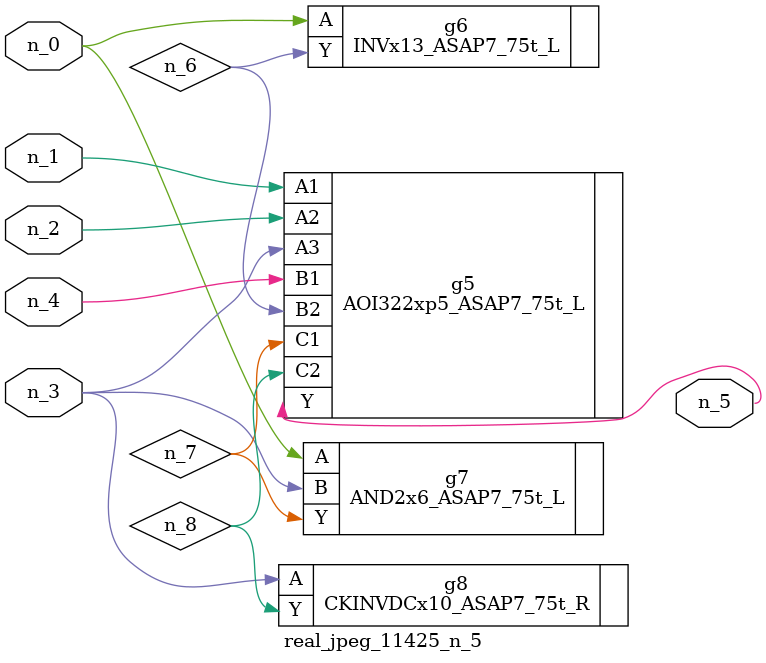
<source format=v>
module real_jpeg_11425_n_5 (n_4, n_0, n_1, n_2, n_3, n_5);

input n_4;
input n_0;
input n_1;
input n_2;
input n_3;

output n_5;

wire n_8;
wire n_6;
wire n_7;

INVx13_ASAP7_75t_L g6 ( 
.A(n_0),
.Y(n_6)
);

AND2x6_ASAP7_75t_L g7 ( 
.A(n_0),
.B(n_3),
.Y(n_7)
);

AOI322xp5_ASAP7_75t_L g5 ( 
.A1(n_1),
.A2(n_2),
.A3(n_3),
.B1(n_4),
.B2(n_6),
.C1(n_7),
.C2(n_8),
.Y(n_5)
);

CKINVDCx10_ASAP7_75t_R g8 ( 
.A(n_3),
.Y(n_8)
);


endmodule
</source>
